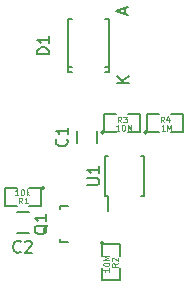
<source format=gbr>
G04 #@! TF.FileFunction,Legend,Top*
%FSLAX46Y46*%
G04 Gerber Fmt 4.6, Leading zero omitted, Abs format (unit mm)*
G04 Created by KiCad (PCBNEW 201609251018+7233~55~ubuntu16.04.1-) date Thu Sep 29 13:16:48 2016*
%MOMM*%
%LPD*%
G01*
G04 APERTURE LIST*
%ADD10C,0.100000*%
%ADD11C,0.150000*%
%ADD12C,0.109220*%
G04 APERTURE END LIST*
D10*
D11*
X53506000Y-37600000D02*
X53506000Y-38600000D01*
X55206000Y-38600000D02*
X55206000Y-37600000D01*
X48395000Y-46189000D02*
X49395000Y-46189000D01*
X49395000Y-44489000D02*
X48395000Y-44489000D01*
X56233060Y-32152140D02*
X55882540Y-32152140D01*
X52732940Y-32152140D02*
X53083460Y-32152140D01*
X56233060Y-28102560D02*
X55882540Y-28102560D01*
X56233060Y-32603440D02*
X55882540Y-32603440D01*
X52732940Y-32603440D02*
X53083460Y-32603440D01*
X52732940Y-28102560D02*
X53083460Y-28102560D01*
X56233060Y-32603440D02*
X56233060Y-28102560D01*
X52732940Y-32603440D02*
X52732940Y-28102560D01*
X52054760Y-44166840D02*
X52054760Y-44215100D01*
X52755800Y-46965820D02*
X52054760Y-46965820D01*
X52054760Y-46965820D02*
X52054760Y-46716900D01*
X52054760Y-44166840D02*
X52054760Y-43966180D01*
X52054760Y-43966180D02*
X52755800Y-43966180D01*
X50736500Y-42418000D02*
G75*
G03X50736500Y-42418000I-127000J0D01*
G01*
X49466500Y-42418000D02*
X50482500Y-42418000D01*
X50482500Y-42418000D02*
X50482500Y-43942000D01*
X50482500Y-43942000D02*
X49466500Y-43942000D01*
X48450500Y-43942000D02*
X47434500Y-43942000D01*
X47434500Y-43942000D02*
X47434500Y-42418000D01*
X47434500Y-42418000D02*
X48450500Y-42418000D01*
X55753000Y-47053500D02*
G75*
G03X55753000Y-47053500I-127000J0D01*
G01*
X55626000Y-48196500D02*
X55626000Y-47180500D01*
X55626000Y-47180500D02*
X57150000Y-47180500D01*
X57150000Y-47180500D02*
X57150000Y-48196500D01*
X57150000Y-49212500D02*
X57150000Y-50228500D01*
X57150000Y-50228500D02*
X55626000Y-50228500D01*
X55626000Y-50228500D02*
X55626000Y-49212500D01*
X55816500Y-37719000D02*
G75*
G03X55816500Y-37719000I-127000J0D01*
G01*
X56832500Y-37719000D02*
X55816500Y-37719000D01*
X55816500Y-37719000D02*
X55816500Y-36195000D01*
X55816500Y-36195000D02*
X56832500Y-36195000D01*
X57848500Y-36195000D02*
X58864500Y-36195000D01*
X58864500Y-36195000D02*
X58864500Y-37719000D01*
X58864500Y-37719000D02*
X57848500Y-37719000D01*
X59436000Y-37719000D02*
G75*
G03X59436000Y-37719000I-127000J0D01*
G01*
X60452000Y-37719000D02*
X59436000Y-37719000D01*
X59436000Y-37719000D02*
X59436000Y-36195000D01*
X59436000Y-36195000D02*
X60452000Y-36195000D01*
X61468000Y-36195000D02*
X62484000Y-36195000D01*
X62484000Y-36195000D02*
X62484000Y-37719000D01*
X62484000Y-37719000D02*
X61468000Y-37719000D01*
X55856000Y-43077000D02*
X56106000Y-43077000D01*
X55856000Y-39727000D02*
X56106000Y-39727000D01*
X59206000Y-39727000D02*
X58956000Y-39727000D01*
X59206000Y-43077000D02*
X58956000Y-43077000D01*
X55856000Y-43077000D02*
X55856000Y-39727000D01*
X59206000Y-43077000D02*
X59206000Y-39727000D01*
X56106000Y-43077000D02*
X56106000Y-44327000D01*
X52613142Y-38266666D02*
X52660761Y-38314285D01*
X52708380Y-38457142D01*
X52708380Y-38552380D01*
X52660761Y-38695238D01*
X52565523Y-38790476D01*
X52470285Y-38838095D01*
X52279809Y-38885714D01*
X52136952Y-38885714D01*
X51946476Y-38838095D01*
X51851238Y-38790476D01*
X51756000Y-38695238D01*
X51708380Y-38552380D01*
X51708380Y-38457142D01*
X51756000Y-38314285D01*
X51803619Y-38266666D01*
X52708380Y-37314285D02*
X52708380Y-37885714D01*
X52708380Y-37600000D02*
X51708380Y-37600000D01*
X51851238Y-37695238D01*
X51946476Y-37790476D01*
X51994095Y-37885714D01*
X48728333Y-47796142D02*
X48680714Y-47843761D01*
X48537857Y-47891380D01*
X48442619Y-47891380D01*
X48299761Y-47843761D01*
X48204523Y-47748523D01*
X48156904Y-47653285D01*
X48109285Y-47462809D01*
X48109285Y-47319952D01*
X48156904Y-47129476D01*
X48204523Y-47034238D01*
X48299761Y-46939000D01*
X48442619Y-46891380D01*
X48537857Y-46891380D01*
X48680714Y-46939000D01*
X48728333Y-46986619D01*
X49109285Y-46986619D02*
X49156904Y-46939000D01*
X49252142Y-46891380D01*
X49490238Y-46891380D01*
X49585476Y-46939000D01*
X49633095Y-46986619D01*
X49680714Y-47081857D01*
X49680714Y-47177095D01*
X49633095Y-47319952D01*
X49061666Y-47891380D01*
X49680714Y-47891380D01*
X51125380Y-31091095D02*
X50125380Y-31091095D01*
X50125380Y-30853000D01*
X50173000Y-30710142D01*
X50268238Y-30614904D01*
X50363476Y-30567285D01*
X50553952Y-30519666D01*
X50696809Y-30519666D01*
X50887285Y-30567285D01*
X50982523Y-30614904D01*
X51077761Y-30710142D01*
X51125380Y-30853000D01*
X51125380Y-31091095D01*
X51125380Y-29567285D02*
X51125380Y-30138714D01*
X51125380Y-29853000D02*
X50125380Y-29853000D01*
X50268238Y-29948238D01*
X50363476Y-30043476D01*
X50411095Y-30138714D01*
X57885380Y-33514904D02*
X56885380Y-33514904D01*
X57885380Y-32943476D02*
X57313952Y-33372047D01*
X56885380Y-32943476D02*
X57456809Y-33514904D01*
X57549666Y-27691095D02*
X57549666Y-27214904D01*
X57835380Y-27786333D02*
X56835380Y-27453000D01*
X57835380Y-27119666D01*
X51002619Y-45561238D02*
X50955000Y-45656476D01*
X50859761Y-45751714D01*
X50716904Y-45894571D01*
X50669285Y-45989809D01*
X50669285Y-46085047D01*
X50907380Y-46037428D02*
X50859761Y-46132666D01*
X50764523Y-46227904D01*
X50574047Y-46275523D01*
X50240714Y-46275523D01*
X50050238Y-46227904D01*
X49955000Y-46132666D01*
X49907380Y-46037428D01*
X49907380Y-45846952D01*
X49955000Y-45751714D01*
X50050238Y-45656476D01*
X50240714Y-45608857D01*
X50574047Y-45608857D01*
X50764523Y-45656476D01*
X50859761Y-45751714D01*
X50907380Y-45846952D01*
X50907380Y-46037428D01*
X50907380Y-44656476D02*
X50907380Y-45227904D01*
X50907380Y-44942190D02*
X49907380Y-44942190D01*
X50050238Y-45037428D01*
X50145476Y-45132666D01*
X50193095Y-45227904D01*
D12*
X48875103Y-43723862D02*
X48708310Y-43485586D01*
X48589171Y-43723862D02*
X48589171Y-43223482D01*
X48779792Y-43223482D01*
X48827448Y-43247310D01*
X48851275Y-43271137D01*
X48875103Y-43318792D01*
X48875103Y-43390275D01*
X48851275Y-43437930D01*
X48827448Y-43461758D01*
X48779792Y-43485586D01*
X48589171Y-43485586D01*
X49351655Y-43723862D02*
X49065724Y-43723862D01*
X49208690Y-43723862D02*
X49208690Y-43223482D01*
X49161034Y-43294965D01*
X49113379Y-43342620D01*
X49065724Y-43366448D01*
X48533654Y-43025362D02*
X48247723Y-43025362D01*
X48390689Y-43025362D02*
X48390689Y-42524982D01*
X48343033Y-42596465D01*
X48295378Y-42644120D01*
X48247723Y-42667948D01*
X48843413Y-42524982D02*
X48891069Y-42524982D01*
X48938724Y-42548810D01*
X48962551Y-42572637D01*
X48986379Y-42620292D01*
X49010207Y-42715603D01*
X49010207Y-42834741D01*
X48986379Y-42930051D01*
X48962551Y-42977707D01*
X48938724Y-43001534D01*
X48891069Y-43025362D01*
X48843413Y-43025362D01*
X48795758Y-43001534D01*
X48771930Y-42977707D01*
X48748103Y-42930051D01*
X48724275Y-42834741D01*
X48724275Y-42715603D01*
X48748103Y-42620292D01*
X48771930Y-42572637D01*
X48795758Y-42548810D01*
X48843413Y-42524982D01*
X49224655Y-43025362D02*
X49224655Y-42524982D01*
X49272310Y-42834741D02*
X49415276Y-43025362D01*
X49415276Y-42691775D02*
X49224655Y-42882396D01*
X56931862Y-48787896D02*
X56693586Y-48954690D01*
X56931862Y-49073828D02*
X56431482Y-49073828D01*
X56431482Y-48883207D01*
X56455310Y-48835551D01*
X56479137Y-48811724D01*
X56526792Y-48787896D01*
X56598275Y-48787896D01*
X56645930Y-48811724D01*
X56669758Y-48835551D01*
X56693586Y-48883207D01*
X56693586Y-49073828D01*
X56479137Y-48597275D02*
X56455310Y-48573448D01*
X56431482Y-48525792D01*
X56431482Y-48406654D01*
X56455310Y-48358999D01*
X56479137Y-48335171D01*
X56526792Y-48311344D01*
X56574448Y-48311344D01*
X56645930Y-48335171D01*
X56931862Y-48621103D01*
X56931862Y-48311344D01*
X56233362Y-49212741D02*
X56233362Y-49498673D01*
X56233362Y-49355707D02*
X55732982Y-49355707D01*
X55804465Y-49403362D01*
X55852120Y-49451018D01*
X55875948Y-49498673D01*
X55732982Y-48902982D02*
X55732982Y-48855327D01*
X55756810Y-48807672D01*
X55780637Y-48783844D01*
X55828292Y-48760017D01*
X55923603Y-48736189D01*
X56042741Y-48736189D01*
X56138051Y-48760017D01*
X56185707Y-48783844D01*
X56209534Y-48807672D01*
X56233362Y-48855327D01*
X56233362Y-48902982D01*
X56209534Y-48950638D01*
X56185707Y-48974465D01*
X56138051Y-48998293D01*
X56042741Y-49022120D01*
X55923603Y-49022120D01*
X55828292Y-48998293D01*
X55780637Y-48974465D01*
X55756810Y-48950638D01*
X55732982Y-48902982D01*
X56233362Y-48521740D02*
X55732982Y-48521740D01*
X56090396Y-48354947D01*
X55732982Y-48188154D01*
X56233362Y-48188154D01*
X57257103Y-36865862D02*
X57090310Y-36627586D01*
X56971171Y-36865862D02*
X56971171Y-36365482D01*
X57161792Y-36365482D01*
X57209448Y-36389310D01*
X57233275Y-36413137D01*
X57257103Y-36460792D01*
X57257103Y-36532275D01*
X57233275Y-36579930D01*
X57209448Y-36603758D01*
X57161792Y-36627586D01*
X56971171Y-36627586D01*
X57423896Y-36365482D02*
X57733655Y-36365482D01*
X57566862Y-36556103D01*
X57638345Y-36556103D01*
X57686000Y-36579930D01*
X57709828Y-36603758D01*
X57733655Y-36651413D01*
X57733655Y-36770551D01*
X57709828Y-36818207D01*
X57686000Y-36842034D01*
X57638345Y-36865862D01*
X57495379Y-36865862D01*
X57447724Y-36842034D01*
X57423896Y-36818207D01*
X57086258Y-37564362D02*
X56800326Y-37564362D01*
X56943292Y-37564362D02*
X56943292Y-37063982D01*
X56895637Y-37135465D01*
X56847981Y-37183120D01*
X56800326Y-37206948D01*
X57396017Y-37063982D02*
X57443672Y-37063982D01*
X57491327Y-37087810D01*
X57515155Y-37111637D01*
X57538982Y-37159292D01*
X57562810Y-37254603D01*
X57562810Y-37373741D01*
X57538982Y-37469051D01*
X57515155Y-37516707D01*
X57491327Y-37540534D01*
X57443672Y-37564362D01*
X57396017Y-37564362D01*
X57348361Y-37540534D01*
X57324534Y-37516707D01*
X57300706Y-37469051D01*
X57276879Y-37373741D01*
X57276879Y-37254603D01*
X57300706Y-37159292D01*
X57324534Y-37111637D01*
X57348361Y-37087810D01*
X57396017Y-37063982D01*
X57777259Y-37564362D02*
X57777259Y-37063982D01*
X57944052Y-37421396D01*
X58110845Y-37063982D01*
X58110845Y-37564362D01*
X60876603Y-36865862D02*
X60709810Y-36627586D01*
X60590671Y-36865862D02*
X60590671Y-36365482D01*
X60781292Y-36365482D01*
X60828948Y-36389310D01*
X60852775Y-36413137D01*
X60876603Y-36460792D01*
X60876603Y-36532275D01*
X60852775Y-36579930D01*
X60828948Y-36603758D01*
X60781292Y-36627586D01*
X60590671Y-36627586D01*
X61305500Y-36532275D02*
X61305500Y-36865862D01*
X61186362Y-36341654D02*
X61067224Y-36699069D01*
X61376983Y-36699069D01*
X60944034Y-37564362D02*
X60658102Y-37564362D01*
X60801068Y-37564362D02*
X60801068Y-37063982D01*
X60753413Y-37135465D01*
X60705758Y-37183120D01*
X60658102Y-37206948D01*
X61158482Y-37564362D02*
X61158482Y-37063982D01*
X61325276Y-37421396D01*
X61492069Y-37063982D01*
X61492069Y-37564362D01*
D11*
X54383380Y-42163904D02*
X55192904Y-42163904D01*
X55288142Y-42116285D01*
X55335761Y-42068666D01*
X55383380Y-41973428D01*
X55383380Y-41782952D01*
X55335761Y-41687714D01*
X55288142Y-41640095D01*
X55192904Y-41592476D01*
X54383380Y-41592476D01*
X55383380Y-40592476D02*
X55383380Y-41163904D01*
X55383380Y-40878190D02*
X54383380Y-40878190D01*
X54526238Y-40973428D01*
X54621476Y-41068666D01*
X54669095Y-41163904D01*
M02*

</source>
